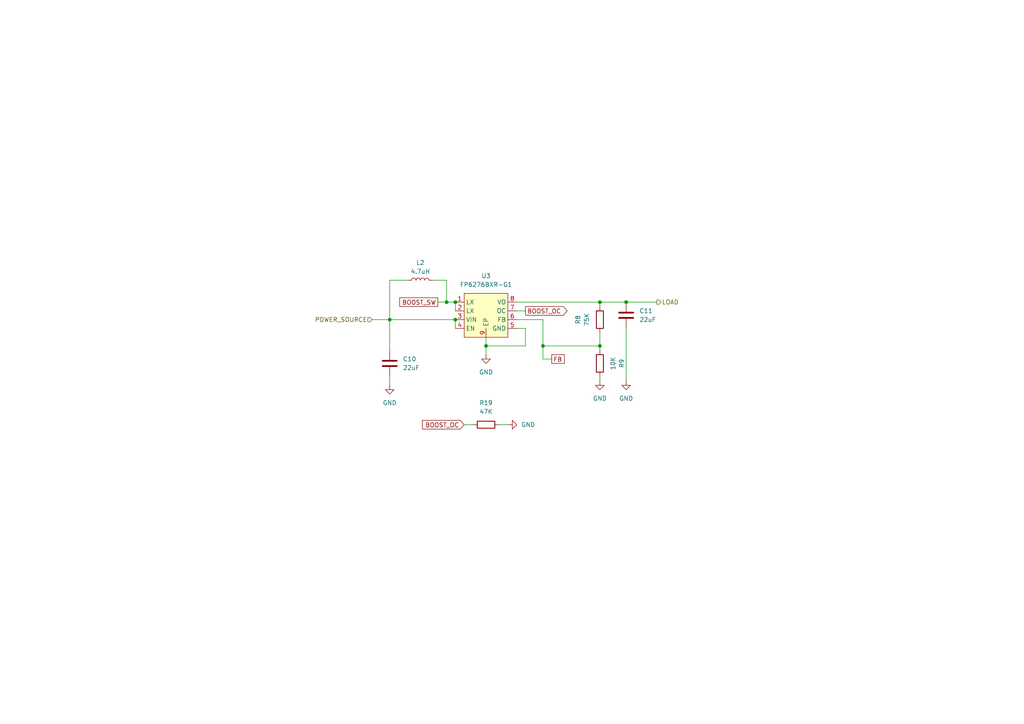
<source format=kicad_sch>
(kicad_sch (version 20231120) (generator "eeschema") (generator_version "8.0")
  (paper "A4")
  (lib_symbols
    (symbol "Device:C" (pin_numbers hide) (pin_names (offset 0.254))
      (property "Reference" "C" (at 0.635 2.54 0))
      (property "Value" "C" (at 0.635 -2.54 0))
      (symbol "C_0_1"
        (polyline (pts (xy -2.032 -0.762) (xy 2.032 -0.762)) (stroke (width 0.508)))
        (polyline (pts (xy -2.032 0.762) (xy 2.032 0.762)) (stroke (width 0.508)))
      )
      (symbol "C_1_1"
        (pin passive line (at 0 3.81 270) (length 2.794) (name "~") (number "1"))
        (pin passive line (at 0 -3.81 90) (length 2.794) (name "~") (number "2"))
      )
    )
    (symbol "Device:L" (pin_numbers hide) (pin_names (offset 1.016) hide)
      (property "Reference" "L" (at -1.27 0 90))
      (property "Value" "L" (at 1.905 0 90))
      (symbol "L_0_1"
        (arc (start 0 -2.54) (mid 0.6323 -1.905) (end 0 -1.27))
        (arc (start 0 -1.27) (mid 0.6323 -0.635) (end 0 0))
        (arc (start 0 0) (mid 0.6323 0.635) (end 0 1.27))
        (arc (start 0 1.27) (mid 0.6323 1.905) (end 0 2.54))
      )
      (symbol "L_1_1"
        (pin passive line (at 0 3.81 270) (length 1.27) (name "1") (number "1"))
        (pin passive line (at 0 -3.81 90) (length 1.27) (name "2") (number "2"))
      )
    )
    (symbol "Device:R" (pin_numbers hide) (pin_names (offset 0))
      (property "Reference" "R" (at 2.032 0 90))
      (property "Value" "R" (at 0 0 90))
      (symbol "R_0_1"
        (rectangle (start -1.016 -2.54) (end 1.016 2.54) (stroke (width 0.254)))
      )
      (symbol "R_1_1"
        (pin passive line (at 0 3.81 270) (length 1.27) (name "~") (number "1"))
        (pin passive line (at 0 -3.81 90) (length 1.27) (name "~") (number "2"))
      )
    )
    (symbol "lcsc:FP6276BXR-G1"
      (property "Reference" "U" (at 0 10.414 0))
      (property "Value" "FP6276BXR-G1" (at 0 7.874 0))
      (symbol "FP6276BXR-G1_0_1"
        (rectangle (start -6.35 5.08) (end 6.35 -7.62) (fill (type background)))
      )
      (symbol "FP6276BXR-G1_1_1"
        (pin passive line (at -8.89 2.54 0) (length 2.54) (name "LX") (number "1"))
        (pin passive line (at -8.89 0 0) (length 2.54) (name "LX") (number "2"))
        (pin power_in line (at -8.89 -2.54 0) (length 2.54) (name "VIN") (number "3"))
        (pin passive line (at -8.89 -5.08 0) (length 2.54) (name "EN") (number "4"))
        (pin power_in line (at 8.89 -5.08 180) (length 2.54) (name "GND") (number "5"))
        (pin passive line (at 8.89 -2.54 180) (length 2.54) (name "FB") (number "6"))
        (pin passive line (at 8.89 0 180) (length 2.54) (name "OC") (number "7"))
        (pin passive line (at 8.89 2.54 180) (length 2.54) (name "VO") (number "8"))
        (pin power_in line (at 0 -7.62 90) (length 2.54) (name "EP") (number "9"))
      )
    )
    (symbol "power:GND" (power) (pin_numbers hide) (pin_names (offset 0) hide)
      (property "Value" "GND" (at 0 -3.81 0))
      (symbol "GND_0_1"
        (polyline (pts (xy 0 0) (xy 0 -1.27) (xy 1.27 -1.27) (xy 0 -2.54) (xy -1.27 -1.27) (xy 0 -1.27)))
      )
      (symbol "GND_1_1"
        (pin power_in line (at 0 0 270) (length 0) (name "~") (number "1"))
      )
    )
  )
  (junction (at 132.08 87.63))
  (junction (at 181.61 87.63))
  (junction (at 129.54 87.63))
  (junction (at 113.03 92.71))
  (junction (at 173.99 87.63))
  (junction (at 157.48 100.33))
  (junction (at 173.99 100.33))
  (junction (at 140.97 100.33))
  (junction (at 132.08 92.71))
  (wire (pts (xy 173.99 87.63) (xy 181.61 87.63)))
  (wire (pts (xy 132.08 87.63) (xy 132.08 90.17)))
  (wire (pts (xy 157.48 92.71) (xy 157.48 100.33)))
  (wire (pts (xy 173.99 96.52) (xy 173.99 100.33)))
  (wire (pts (xy 157.48 104.14) (xy 157.48 100.33)))
  (wire (pts (xy 113.03 81.28) (xy 118.11 81.28)))
  (wire (pts (xy 149.86 92.71) (xy 157.48 92.71)))
  (wire (pts (xy 132.08 92.71) (xy 132.08 95.25)))
  (wire (pts (xy 113.03 109.22) (xy 113.03 111.76)))
  (wire (pts (xy 113.03 92.71) (xy 132.08 92.71)))
  (wire (pts (xy 152.4 100.33) (xy 140.97 100.33)))
  (wire (pts (xy 113.03 81.28) (xy 113.03 92.71)))
  (wire (pts (xy 140.97 97.79) (xy 140.97 100.33)))
  (wire (pts (xy 181.61 87.63) (xy 190.5 87.63)))
  (wire (pts (xy 181.61 95.25) (xy 181.61 110.49)))
  (wire (pts (xy 127 87.63) (xy 129.54 87.63)))
  (wire (pts (xy 113.03 101.6) (xy 113.03 92.71)))
  (wire (pts (xy 140.97 100.33) (xy 140.97 102.87)))
  (wire (pts (xy 160.02 104.14) (xy 157.48 104.14)))
  (wire (pts (xy 129.54 87.63) (xy 132.08 87.63)))
  (wire (pts (xy 173.99 100.33) (xy 173.99 101.6)))
  (wire (pts (xy 107.95 92.71) (xy 113.03 92.71)))
  (wire (pts (xy 144.78 123.19) (xy 147.32 123.19)))
  (wire (pts (xy 125.73 81.28) (xy 129.54 81.28)))
  (wire (pts (xy 152.4 90.17) (xy 149.86 90.17)))
  (wire (pts (xy 149.86 95.25) (xy 152.4 95.25)))
  (wire (pts (xy 129.54 81.28) (xy 129.54 87.63)))
  (wire (pts (xy 137.16 123.19) (xy 134.62 123.19)))
  (wire (pts (xy 149.86 87.63) (xy 173.99 87.63)))
  (wire (pts (xy 152.4 95.25) (xy 152.4 100.33)))
  (wire (pts (xy 173.99 87.63) (xy 173.99 88.9)))
  (wire (pts (xy 157.48 100.33) (xy 173.99 100.33)))
  (wire (pts (xy 173.99 110.49) (xy 173.99 109.22)))
  (global_label "BOOST_OC" (shape input) (at 134.62 123.19 180) (property "Intersheetrefs" "${INTERSHEET_REFS}" (effects (hide yes))))
  (global_label "BOOST_SW" (shape passive) (at 127 87.63 180) (property "Intersheetrefs" "${INTERSHEET_REFS}" (effects (hide yes))))
  (global_label "BOOST_OC" (shape output) (at 152.4 90.17 0) (property "Intersheetrefs" "${INTERSHEET_REFS}" (effects (hide yes))))
  (global_label "FB" (shape passive) (at 160.02 104.14 0) (property "Intersheetrefs" "${INTERSHEET_REFS}" (effects (hide yes))))
  (hierarchical_label "POWER_SOURCE" (shape input) (at 107.95 92.71 180))
  (hierarchical_label "LOAD" (shape output) (at 190.5 87.63 0))
  (symbol (lib_id "power:GND") (at 181.61 110.49 0) (unit 1)
    (property "Reference" "#PWR011" (effects (hide yes)))
    (property "Value" "GND" (at 181.61 115.57 0))
    (property "Description" "Power symbol creates a global label with name \"GND\" , ground" (effects (hide yes)))
  )
  (symbol (lib_id "power:GND") (at 173.99 110.49 0) (unit 1)
    (property "Reference" "#PWR010" (effects (hide yes)))
    (property "Value" "GND" (at 173.99 115.57 0))
    (property "Description" "Power symbol creates a global label with name \"GND\" , ground" (effects (hide yes)))
  )
  (symbol (lib_id "power:GND") (at 113.03 111.76 0) (unit 1)
    (property "Reference" "#PWR03" (effects (hide yes)))
    (property "Value" "GND" (at 113.03 116.84 0))
    (property "Description" "Power symbol creates a global label with name \"GND\" , ground" (effects (hide yes)))
  )
  (symbol (lib_id "Device:C") (at 113.03 105.41 0) (unit 1)
    (property "Reference" "C10" (at 116.84 104.1399 0) (effects (justify left)))
    (property "Value" "22uF" (at 116.84 106.6799 0) (effects (justify left)))
    (property "Footprint" "Capacitor_SMD:C_0603_1608Metric" (effects (hide yes)))
    (property "Description" "Unpolarized capacitor" (effects (hide yes)))
    (property "LCSC Part" "C59461" (effects (hide yes)))
  )
  (symbol (lib_id "Device:R") (at 173.99 105.41 0) (mirror y) (unit 1)
    (property "Reference" "R9" (at 180.34 105.41 90))
    (property "Value" "10K" (at 177.8 105.41 90))
    (property "Footprint" "Resistor_SMD:R_0402_1005Metric" (effects (hide yes)))
    (property "Description" "Resistor" (effects (hide yes)))
    (property "LCSC Part" "C25744" (effects (hide yes)))
  )
  (symbol (lib_id "Device:L") (at 121.92 81.28 90) (unit 1)
    (property "Reference" "L2" (at 121.92 76.2 90))
    (property "Value" "4.7uH" (at 121.92 78.74 90))
    (property "Footprint" "lcsc:IND-SMD_L7.0-W6.6" (effects (hide yes)))
    (property "Description" "Inductor" (effects (hide yes)))
    (property "LCSC Part" "C5307631" (effects (hide yes)))
  )
  (symbol (lib_id "Device:R") (at 173.99 92.71 0) (mirror y) (unit 1)
    (property "Reference" "R8" (at 167.64 92.71 90))
    (property "Value" "75K" (at 170.18 92.71 90))
    (property "Footprint" "Resistor_SMD:R_0402_1005Metric" (effects (hide yes)))
    (property "Description" "Resistor" (effects (hide yes)))
    (property "LCSC Part" "C25798" (effects (hide yes)))
  )
  (symbol (lib_id "Device:R") (at 140.97 123.19 270) (mirror x) (unit 1)
    (property "Reference" "R19" (at 140.97 116.84 90))
    (property "Value" "47K" (at 140.97 119.38 90))
    (property "Footprint" "Resistor_SMD:R_0805_2012Metric_Pad1.20x1.40mm_HandSolder" (effects (hide yes)))
    (property "Description" "Resistor" (effects (hide yes)))
    (property "LCSC Part" "C17713" (effects (hide yes)))
  )
  (symbol (lib_id "power:GND") (at 140.97 102.87 0) (unit 1)
    (property "Reference" "#PWR08" (effects (hide yes)))
    (property "Value" "GND" (at 140.97 107.95 0))
    (property "Description" "Power symbol creates a global label with name \"GND\" , ground" (effects (hide yes)))
  )
  (symbol (lib_id "power:GND") (at 147.32 123.19 90) (unit 1)
    (property "Reference" "#PWR09" (effects (hide yes)))
    (property "Value" "GND" (at 151.13 123.1899 90) (effects (justify right)))
    (property "Description" "Power symbol creates a global label with name \"GND\" , ground" (effects (hide yes)))
  )
  (symbol (lib_id "lcsc:FP6276BXR-G1") (at 140.97 90.17 0) (unit 1)
    (property "Reference" "U3" (at 140.97 80.01 0))
    (property "Value" "FP6276BXR-G1" (at 140.97 82.55 0))
    (property "Footprint" "custom:SOIC-8-1EP_3.9x4.9mm_P1.27mm_EP2.41x3.3mm_ThermalVias_CustomVias" (effects (hide yes)))
    (property "Datasheet" "https://lcsc.com/product-detail/DC-DC-Converters_FP6276BXR-G1_C82652.html" (effects (hide yes)))
    (property "LCSC Part" "C82652" (effects (hide yes)))
    (property "JLCPCB_CORRECTION" "0; 0; 270" (effects (hide yes)))
  )
  (symbol (lib_id "Device:C") (at 181.61 91.44 0) (unit 1)
    (property "Reference" "C11" (at 185.42 90.1699 0) (effects (justify left)))
    (property "Value" "22uF" (at 185.42 92.7099 0) (effects (justify left)))
    (property "Footprint" "Capacitor_SMD:C_0603_1608Metric" (effects (hide yes)))
    (property "Description" "Unpolarized capacitor" (effects (hide yes)))
    (property "LCSC Part" "C59461" (effects (hide yes)))
  )
)
</source>
